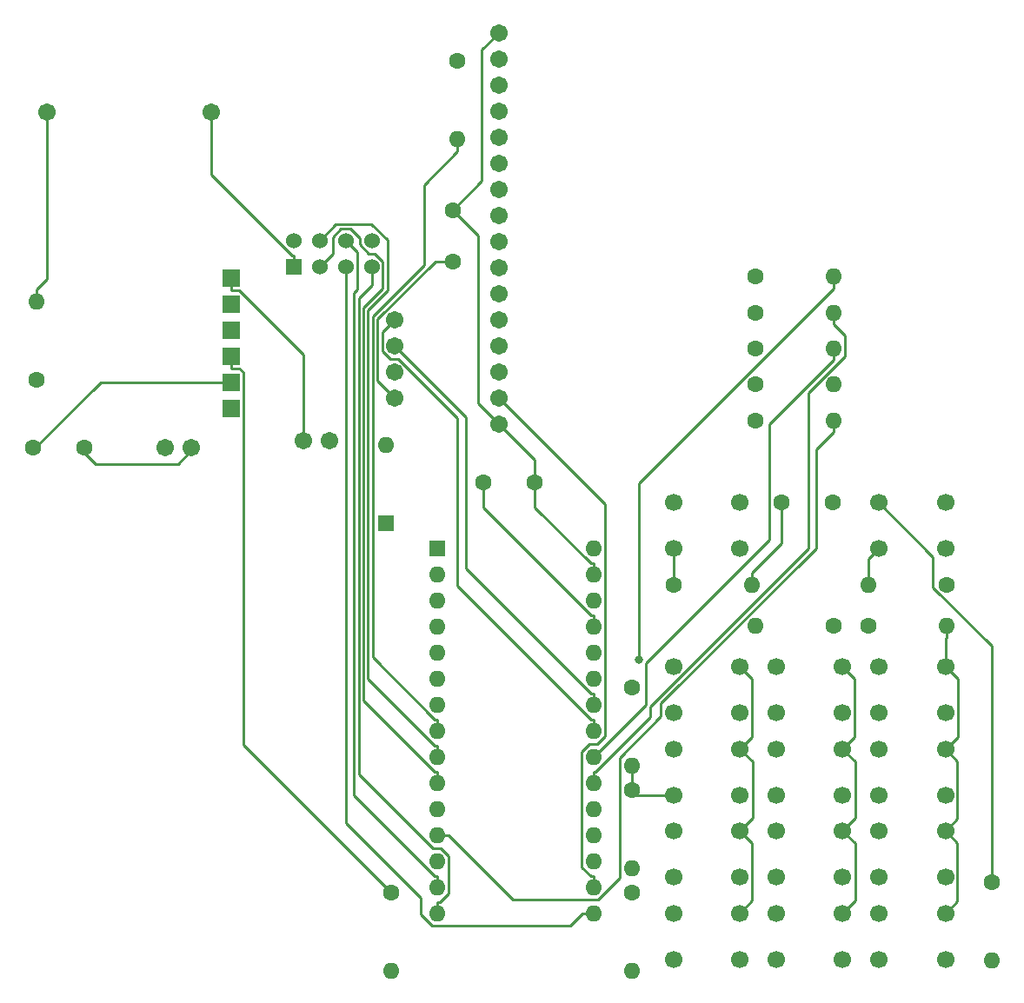
<source format=gbr>
G04 #@! TF.GenerationSoftware,KiCad,Pcbnew,(5.0.0)*
G04 #@! TF.CreationDate,2019-04-03T14:36:45+02:00*
G04 #@! TF.ProjectId,arduinowalkietalkie,61726475696E6F77616C6B696574616C,1.1*
G04 #@! TF.SameCoordinates,Original*
G04 #@! TF.FileFunction,Copper,L2,Bot,Signal*
G04 #@! TF.FilePolarity,Positive*
%FSLAX46Y46*%
G04 Gerber Fmt 4.6, Leading zero omitted, Abs format (unit mm)*
G04 Created by KiCad (PCBNEW (5.0.0)) date 04/03/19 14:36:45*
%MOMM*%
%LPD*%
G01*
G04 APERTURE LIST*
G04 #@! TA.AperFunction,ComponentPad*
%ADD10C,1.600000*%
G04 #@! TD*
G04 #@! TA.AperFunction,ComponentPad*
%ADD11O,1.600000X1.600000*%
G04 #@! TD*
G04 #@! TA.AperFunction,ComponentPad*
%ADD12C,1.710000*%
G04 #@! TD*
G04 #@! TA.AperFunction,ComponentPad*
%ADD13R,1.600000X1.600000*%
G04 #@! TD*
G04 #@! TA.AperFunction,ComponentPad*
%ADD14R,1.710000X1.710000*%
G04 #@! TD*
G04 #@! TA.AperFunction,ComponentPad*
%ADD15C,1.700000*%
G04 #@! TD*
G04 #@! TA.AperFunction,ComponentPad*
%ADD16C,1.524000*%
G04 #@! TD*
G04 #@! TA.AperFunction,ComponentPad*
%ADD17R,1.524000X1.524000*%
G04 #@! TD*
G04 #@! TA.AperFunction,ViaPad*
%ADD18C,0.800000*%
G04 #@! TD*
G04 #@! TA.AperFunction,Conductor*
%ADD19C,0.250000*%
G04 #@! TD*
G04 APERTURE END LIST*
D10*
G04 #@! TO.P,C1,2*
G04 #@! TO.N,GND*
X150500000Y-90000000D03*
G04 #@! TO.P,C1,1*
G04 #@! TO.N,+5V*
X145500000Y-90000000D03*
G04 #@! TD*
G04 #@! TO.P,C4,1*
G04 #@! TO.N,+5V*
X142500000Y-68500000D03*
G04 #@! TO.P,C4,2*
G04 #@! TO.N,GND*
X142500000Y-63500000D03*
G04 #@! TD*
G04 #@! TO.P,C2,2*
G04 #@! TO.N,GND*
X174500000Y-92000000D03*
G04 #@! TO.P,C2,1*
G04 #@! TO.N,+5V*
X179500000Y-92000000D03*
G04 #@! TD*
G04 #@! TO.P,C3,1*
G04 #@! TO.N,+5V*
X106600000Y-86680000D03*
G04 #@! TO.P,C3,2*
G04 #@! TO.N,GND*
X101600000Y-86680000D03*
G04 #@! TD*
D11*
G04 #@! TO.P,R16,2*
G04 #@! TO.N,Net-(A1-Pad20)*
X136500000Y-137620000D03*
D10*
G04 #@! TO.P,R16,1*
G04 #@! TO.N,Net-(BT1-Pad1)*
X136500000Y-130000000D03*
G04 #@! TD*
G04 #@! TO.P,R15,1*
G04 #@! TO.N,Net-(A1-Pad7)*
X102000000Y-80000000D03*
D11*
G04 #@! TO.P,R15,2*
G04 #@! TO.N,Net-(BZ1-Pad1)*
X102000000Y-72380000D03*
G04 #@! TD*
D12*
G04 #@! TO.P,TFT1,16*
G04 #@! TO.N,GND*
X147000000Y-84320000D03*
G04 #@! TO.P,TFT1,15*
G04 #@! TO.N,Net-(A1-Pad17)*
X147000000Y-81780000D03*
G04 #@! TO.P,TFT1,14*
G04 #@! TO.N,Net-(TFT1-Pad14)*
X147000000Y-79240000D03*
G04 #@! TO.P,TFT1,13*
G04 #@! TO.N,Net-(TFT1-Pad13)*
X147000000Y-76700000D03*
G04 #@! TO.P,TFT1,12*
G04 #@! TO.N,Net-(TFT1-Pad12)*
X147000000Y-74160000D03*
G04 #@! TO.P,TFT1,11*
G04 #@! TO.N,Net-(R14-Pad1)*
X147000000Y-71620000D03*
G04 #@! TO.P,TFT1,10*
G04 #@! TO.N,Net-(R13-Pad1)*
X147000000Y-69080000D03*
G04 #@! TO.P,TFT1,9*
G04 #@! TO.N,Net-(R12-Pad1)*
X147000000Y-66540000D03*
G04 #@! TO.P,TFT1,8*
G04 #@! TO.N,Net-(R11-Pad1)*
X147000000Y-64000000D03*
G04 #@! TO.P,TFT1,7*
G04 #@! TO.N,Net-(R10-Pad1)*
X147000000Y-61460000D03*
G04 #@! TO.P,TFT1,6*
G04 #@! TO.N,Net-(TFT1-Pad6)*
X147000000Y-58920000D03*
G04 #@! TO.P,TFT1,5*
G04 #@! TO.N,Net-(TFT1-Pad5)*
X147000000Y-56380000D03*
G04 #@! TO.P,TFT1,4*
G04 #@! TO.N,Net-(TFT1-Pad4)*
X147000000Y-53840000D03*
G04 #@! TO.P,TFT1,3*
G04 #@! TO.N,Net-(TFT1-Pad3)*
X147000000Y-51300000D03*
G04 #@! TO.P,TFT1,2*
G04 #@! TO.N,Net-(R9-Pad1)*
X147000000Y-48760000D03*
G04 #@! TO.P,TFT1,1*
G04 #@! TO.N,GND*
X147000000Y-46220000D03*
G04 #@! TD*
G04 #@! TO.P,JP2,1*
G04 #@! TO.N,+5V*
X117060000Y-86630000D03*
G04 #@! TO.P,JP2,2*
G04 #@! TO.N,Net-(CC1-Pad1)*
X114520000Y-86630000D03*
G04 #@! TD*
D10*
G04 #@! TO.P,R14,1*
G04 #@! TO.N,Net-(R14-Pad1)*
X172000000Y-84000000D03*
D11*
G04 #@! TO.P,R14,2*
G04 #@! TO.N,Net-(A1-Pad12)*
X179620000Y-84000000D03*
G04 #@! TD*
G04 #@! TO.P,R13,2*
G04 #@! TO.N,Net-(A1-Pad11)*
X179620000Y-80500000D03*
D10*
G04 #@! TO.P,R13,1*
G04 #@! TO.N,Net-(R13-Pad1)*
X172000000Y-80500000D03*
G04 #@! TD*
G04 #@! TO.P,R12,1*
G04 #@! TO.N,Net-(R12-Pad1)*
X172000000Y-77000000D03*
D11*
G04 #@! TO.P,R12,2*
G04 #@! TO.N,Net-(A1-Pad22)*
X179620000Y-77000000D03*
G04 #@! TD*
G04 #@! TO.P,R11,2*
G04 #@! TO.N,Net-(A1-Pad21)*
X179620000Y-73500000D03*
D10*
G04 #@! TO.P,R11,1*
G04 #@! TO.N,Net-(R11-Pad1)*
X172000000Y-73500000D03*
G04 #@! TD*
G04 #@! TO.P,R10,1*
G04 #@! TO.N,Net-(R10-Pad1)*
X172000000Y-70000000D03*
D11*
G04 #@! TO.P,R10,2*
G04 #@! TO.N,Net-(A1-Pad13)*
X179620000Y-70000000D03*
G04 #@! TD*
D12*
G04 #@! TO.P,BZ1,2*
G04 #@! TO.N,GND*
X119000000Y-54000000D03*
G04 #@! TO.P,BZ1,1*
G04 #@! TO.N,Net-(BZ1-Pad1)*
X103000000Y-54000000D03*
G04 #@! TD*
D10*
G04 #@! TO.P,R4,1*
G04 #@! TO.N,Net-(R3-Pad2)*
X160000000Y-130000000D03*
D11*
G04 #@! TO.P,R4,2*
G04 #@! TO.N,Net-(A1-Pad19)*
X160000000Y-137620000D03*
G04 #@! TD*
G04 #@! TO.P,R3,2*
G04 #@! TO.N,Net-(R3-Pad2)*
X160000000Y-127620000D03*
D10*
G04 #@! TO.P,R3,1*
G04 #@! TO.N,Net-(R2-Pad2)*
X160000000Y-120000000D03*
G04 #@! TD*
G04 #@! TO.P,R2,1*
G04 #@! TO.N,Net-(R2-Pad1)*
X160000000Y-110000000D03*
D11*
G04 #@! TO.P,R2,2*
G04 #@! TO.N,Net-(R2-Pad2)*
X160000000Y-117620000D03*
G04 #@! TD*
G04 #@! TO.P,R1,2*
G04 #@! TO.N,GND*
X171620000Y-100000000D03*
D10*
G04 #@! TO.P,R1,1*
G04 #@! TO.N,Net-(R1-Pad1)*
X164000000Y-100000000D03*
G04 #@! TD*
G04 #@! TO.P,R5,1*
G04 #@! TO.N,Net-(R5-Pad1)*
X179620000Y-104000000D03*
D11*
G04 #@! TO.P,R5,2*
G04 #@! TO.N,Net-(R5-Pad2)*
X172000000Y-104000000D03*
G04 #@! TD*
G04 #@! TO.P,R6,2*
G04 #@! TO.N,Net-(R6-Pad2)*
X183000000Y-100000000D03*
D10*
G04 #@! TO.P,R6,1*
G04 #@! TO.N,GND*
X190620000Y-100000000D03*
G04 #@! TD*
G04 #@! TO.P,R7,1*
G04 #@! TO.N,Net-(R5-Pad1)*
X183000000Y-104000000D03*
D11*
G04 #@! TO.P,R7,2*
G04 #@! TO.N,GND*
X190620000Y-104000000D03*
G04 #@! TD*
G04 #@! TO.P,R8,2*
G04 #@! TO.N,Net-(A1-Pad19)*
X195000000Y-136620000D03*
D10*
G04 #@! TO.P,R8,1*
G04 #@! TO.N,+5V*
X195000000Y-129000000D03*
G04 #@! TD*
G04 #@! TO.P,R9,1*
G04 #@! TO.N,Net-(R9-Pad1)*
X143000000Y-49000000D03*
D11*
G04 #@! TO.P,R9,2*
G04 #@! TO.N,Net-(A1-Pad8)*
X143000000Y-56620000D03*
G04 #@! TD*
G04 #@! TO.P,A1,16*
G04 #@! TO.N,SCK*
X156240000Y-132060000D03*
G04 #@! TO.P,A1,15*
G04 #@! TO.N,MISO*
X141000000Y-132060000D03*
G04 #@! TO.P,A1,30*
G04 #@! TO.N,Net-(A1-Pad30)*
X156240000Y-96500000D03*
G04 #@! TO.P,A1,14*
G04 #@! TO.N,MOSI*
X141000000Y-129520000D03*
G04 #@! TO.P,A1,29*
G04 #@! TO.N,GND*
X156240000Y-99040000D03*
G04 #@! TO.P,A1,13*
G04 #@! TO.N,Net-(A1-Pad13)*
X141000000Y-126980000D03*
G04 #@! TO.P,A1,28*
G04 #@! TO.N,Net-(A1-Pad28)*
X156240000Y-101580000D03*
G04 #@! TO.P,A1,12*
G04 #@! TO.N,Net-(A1-Pad12)*
X141000000Y-124440000D03*
G04 #@! TO.P,A1,27*
G04 #@! TO.N,+5V*
X156240000Y-104120000D03*
G04 #@! TO.P,A1,11*
G04 #@! TO.N,Net-(A1-Pad11)*
X141000000Y-121900000D03*
G04 #@! TO.P,A1,26*
G04 #@! TO.N,Net-(A1-Pad26)*
X156240000Y-106660000D03*
G04 #@! TO.P,A1,10*
G04 #@! TO.N,Net-(A1-Pad10)*
X141000000Y-119360000D03*
G04 #@! TO.P,A1,25*
G04 #@! TO.N,Net-(A1-Pad25)*
X156240000Y-109200000D03*
G04 #@! TO.P,A1,9*
G04 #@! TO.N,Net-(A1-Pad9)*
X141000000Y-116820000D03*
G04 #@! TO.P,A1,24*
G04 #@! TO.N,SCL*
X156240000Y-111740000D03*
G04 #@! TO.P,A1,8*
G04 #@! TO.N,Net-(A1-Pad8)*
X141000000Y-114280000D03*
G04 #@! TO.P,A1,23*
G04 #@! TO.N,SDA*
X156240000Y-114280000D03*
G04 #@! TO.P,A1,7*
G04 #@! TO.N,Net-(A1-Pad7)*
X141000000Y-111740000D03*
G04 #@! TO.P,A1,22*
G04 #@! TO.N,Net-(A1-Pad22)*
X156240000Y-116820000D03*
G04 #@! TO.P,A1,6*
G04 #@! TO.N,Net-(A1-Pad6)*
X141000000Y-109200000D03*
G04 #@! TO.P,A1,21*
G04 #@! TO.N,Net-(A1-Pad21)*
X156240000Y-119360000D03*
G04 #@! TO.P,A1,5*
G04 #@! TO.N,Net-(A1-Pad5)*
X141000000Y-106660000D03*
G04 #@! TO.P,A1,20*
G04 #@! TO.N,Net-(A1-Pad20)*
X156240000Y-121900000D03*
G04 #@! TO.P,A1,4*
G04 #@! TO.N,Net-(A1-Pad4)*
X141000000Y-104120000D03*
G04 #@! TO.P,A1,19*
G04 #@! TO.N,Net-(A1-Pad19)*
X156240000Y-124440000D03*
G04 #@! TO.P,A1,3*
G04 #@! TO.N,Net-(A1-Pad3)*
X141000000Y-101580000D03*
G04 #@! TO.P,A1,18*
G04 #@! TO.N,Net-(A1-Pad18)*
X156240000Y-126980000D03*
G04 #@! TO.P,A1,2*
G04 #@! TO.N,Net-(A1-Pad2)*
X141000000Y-99040000D03*
G04 #@! TO.P,A1,17*
G04 #@! TO.N,Net-(A1-Pad17)*
X156240000Y-129520000D03*
D13*
G04 #@! TO.P,A1,1*
G04 #@! TO.N,Net-(A1-Pad1)*
X141000000Y-96500000D03*
G04 #@! TD*
D12*
G04 #@! TO.P,BMP1,4*
G04 #@! TO.N,SDA*
X136830000Y-74170000D03*
G04 #@! TO.P,BMP1,3*
G04 #@! TO.N,SCL*
X136830000Y-76710000D03*
G04 #@! TO.P,BMP1,2*
G04 #@! TO.N,GND*
X136830000Y-79250000D03*
G04 #@! TO.P,BMP1,1*
G04 #@! TO.N,+5V*
X136830000Y-81790000D03*
G04 #@! TD*
D14*
G04 #@! TO.P,CC1,6*
G04 #@! TO.N,Net-(CC1-Pad6)*
X120910000Y-70130000D03*
G04 #@! TO.P,CC1,5*
G04 #@! TO.N,Net-(CC1-Pad5)*
X120910000Y-72670000D03*
G04 #@! TO.P,CC1,4*
G04 #@! TO.N,Net-(BT1-Pad2)*
X120910000Y-75210000D03*
G04 #@! TO.P,CC1,3*
G04 #@! TO.N,Net-(BT1-Pad1)*
X120910000Y-77750000D03*
G04 #@! TO.P,CC1,2*
G04 #@! TO.N,GND*
X120910000Y-80290000D03*
G04 #@! TO.P,CC1,1*
G04 #@! TO.N,Net-(CC1-Pad1)*
X120910000Y-82830000D03*
G04 #@! TD*
D11*
G04 #@! TO.P,D1,2*
G04 #@! TO.N,Net-(D1-Pad2)*
X136000000Y-86380000D03*
D13*
G04 #@! TO.P,D1,1*
G04 #@! TO.N,+5V*
X136000000Y-94000000D03*
G04 #@! TD*
D12*
G04 #@! TO.P,JP1,2*
G04 #@! TO.N,Net-(D1-Pad2)*
X130500000Y-86000000D03*
G04 #@! TO.P,JP1,1*
G04 #@! TO.N,Net-(CC1-Pad6)*
X127960000Y-86000000D03*
G04 #@! TD*
D15*
G04 #@! TO.P,SW1,1*
G04 #@! TO.N,+5V*
X164000000Y-92000000D03*
G04 #@! TO.P,SW1,2*
G04 #@! TO.N,Net-(SW1-Pad2)*
X170500000Y-92000000D03*
G04 #@! TO.P,SW1,3*
G04 #@! TO.N,Net-(R1-Pad1)*
X164000000Y-96500000D03*
G04 #@! TO.P,SW1,4*
G04 #@! TO.N,Net-(A1-Pad6)*
X170500000Y-96500000D03*
G04 #@! TD*
G04 #@! TO.P,SW2,1*
G04 #@! TO.N,Net-(SW2-Pad1)*
X164000000Y-108000000D03*
G04 #@! TO.P,SW2,2*
G04 #@! TO.N,Net-(R5-Pad2)*
X170500000Y-108000000D03*
G04 #@! TO.P,SW2,3*
G04 #@! TO.N,Net-(R2-Pad1)*
X164000000Y-112500000D03*
G04 #@! TO.P,SW2,4*
G04 #@! TO.N,Net-(SW2-Pad4)*
X170500000Y-112500000D03*
G04 #@! TD*
G04 #@! TO.P,SW3,1*
G04 #@! TO.N,Net-(SW3-Pad1)*
X164000000Y-116000000D03*
G04 #@! TO.P,SW3,2*
G04 #@! TO.N,Net-(R5-Pad2)*
X170500000Y-116000000D03*
G04 #@! TO.P,SW3,3*
G04 #@! TO.N,Net-(R2-Pad2)*
X164000000Y-120500000D03*
G04 #@! TO.P,SW3,4*
G04 #@! TO.N,Net-(SW3-Pad4)*
X170500000Y-120500000D03*
G04 #@! TD*
G04 #@! TO.P,SW4,1*
G04 #@! TO.N,Net-(SW4-Pad1)*
X164000000Y-124000000D03*
G04 #@! TO.P,SW4,2*
G04 #@! TO.N,Net-(R5-Pad2)*
X170500000Y-124000000D03*
G04 #@! TO.P,SW4,3*
G04 #@! TO.N,Net-(R3-Pad2)*
X164000000Y-128500000D03*
G04 #@! TO.P,SW4,4*
G04 #@! TO.N,Net-(SW4-Pad4)*
X170500000Y-128500000D03*
G04 #@! TD*
G04 #@! TO.P,SW5,1*
G04 #@! TO.N,Net-(SW5-Pad1)*
X164000000Y-132000000D03*
G04 #@! TO.P,SW5,2*
G04 #@! TO.N,Net-(R5-Pad2)*
X170500000Y-132000000D03*
G04 #@! TO.P,SW5,3*
G04 #@! TO.N,Net-(A1-Pad19)*
X164000000Y-136500000D03*
G04 #@! TO.P,SW5,4*
G04 #@! TO.N,Net-(SW5-Pad4)*
X170500000Y-136500000D03*
G04 #@! TD*
G04 #@! TO.P,SW6,1*
G04 #@! TO.N,Net-(SW6-Pad1)*
X174000000Y-108000000D03*
G04 #@! TO.P,SW6,2*
G04 #@! TO.N,Net-(R5-Pad1)*
X180500000Y-108000000D03*
G04 #@! TO.P,SW6,3*
G04 #@! TO.N,Net-(R2-Pad1)*
X174000000Y-112500000D03*
G04 #@! TO.P,SW6,4*
G04 #@! TO.N,Net-(SW6-Pad4)*
X180500000Y-112500000D03*
G04 #@! TD*
G04 #@! TO.P,SW7,1*
G04 #@! TO.N,Net-(SW7-Pad1)*
X174000000Y-116000000D03*
G04 #@! TO.P,SW7,2*
G04 #@! TO.N,Net-(R5-Pad1)*
X180500000Y-116000000D03*
G04 #@! TO.P,SW7,3*
G04 #@! TO.N,Net-(R2-Pad2)*
X174000000Y-120500000D03*
G04 #@! TO.P,SW7,4*
G04 #@! TO.N,Net-(SW7-Pad4)*
X180500000Y-120500000D03*
G04 #@! TD*
G04 #@! TO.P,SW8,1*
G04 #@! TO.N,Net-(SW8-Pad1)*
X174000000Y-124000000D03*
G04 #@! TO.P,SW8,2*
G04 #@! TO.N,Net-(R5-Pad1)*
X180500000Y-124000000D03*
G04 #@! TO.P,SW8,3*
G04 #@! TO.N,Net-(R3-Pad2)*
X174000000Y-128500000D03*
G04 #@! TO.P,SW8,4*
G04 #@! TO.N,Net-(SW8-Pad4)*
X180500000Y-128500000D03*
G04 #@! TD*
G04 #@! TO.P,SW9,1*
G04 #@! TO.N,Net-(SW9-Pad1)*
X174000000Y-132000000D03*
G04 #@! TO.P,SW9,2*
G04 #@! TO.N,Net-(R5-Pad1)*
X180500000Y-132000000D03*
G04 #@! TO.P,SW9,3*
G04 #@! TO.N,Net-(A1-Pad19)*
X174000000Y-136500000D03*
G04 #@! TO.P,SW9,4*
G04 #@! TO.N,Net-(SW9-Pad4)*
X180500000Y-136500000D03*
G04 #@! TD*
G04 #@! TO.P,SW10,1*
G04 #@! TO.N,+5V*
X184000000Y-92000000D03*
G04 #@! TO.P,SW10,2*
G04 #@! TO.N,Net-(SW10-Pad2)*
X190500000Y-92000000D03*
G04 #@! TO.P,SW10,3*
G04 #@! TO.N,Net-(R6-Pad2)*
X184000000Y-96500000D03*
G04 #@! TO.P,SW10,4*
G04 #@! TO.N,Net-(A1-Pad5)*
X190500000Y-96500000D03*
G04 #@! TD*
G04 #@! TO.P,SW11,1*
G04 #@! TO.N,Net-(SW11-Pad1)*
X184000000Y-108000000D03*
G04 #@! TO.P,SW11,2*
G04 #@! TO.N,GND*
X190500000Y-108000000D03*
G04 #@! TO.P,SW11,3*
G04 #@! TO.N,Net-(R2-Pad1)*
X184000000Y-112500000D03*
G04 #@! TO.P,SW11,4*
G04 #@! TO.N,Net-(SW11-Pad4)*
X190500000Y-112500000D03*
G04 #@! TD*
G04 #@! TO.P,SW12,1*
G04 #@! TO.N,Net-(SW12-Pad1)*
X184000000Y-116000000D03*
G04 #@! TO.P,SW12,2*
G04 #@! TO.N,GND*
X190500000Y-116000000D03*
G04 #@! TO.P,SW12,3*
G04 #@! TO.N,Net-(R2-Pad2)*
X184000000Y-120500000D03*
G04 #@! TO.P,SW12,4*
G04 #@! TO.N,Net-(SW12-Pad4)*
X190500000Y-120500000D03*
G04 #@! TD*
G04 #@! TO.P,SW13,1*
G04 #@! TO.N,Net-(SW13-Pad1)*
X184000000Y-124000000D03*
G04 #@! TO.P,SW13,2*
G04 #@! TO.N,GND*
X190500000Y-124000000D03*
G04 #@! TO.P,SW13,3*
G04 #@! TO.N,Net-(R3-Pad2)*
X184000000Y-128500000D03*
G04 #@! TO.P,SW13,4*
G04 #@! TO.N,Net-(SW13-Pad4)*
X190500000Y-128500000D03*
G04 #@! TD*
G04 #@! TO.P,SW14,1*
G04 #@! TO.N,Net-(SW14-Pad1)*
X184000000Y-132000000D03*
G04 #@! TO.P,SW14,2*
G04 #@! TO.N,GND*
X190500000Y-132000000D03*
G04 #@! TO.P,SW14,3*
G04 #@! TO.N,Net-(A1-Pad19)*
X184000000Y-136500000D03*
G04 #@! TO.P,SW14,4*
G04 #@! TO.N,Net-(SW14-Pad4)*
X190500000Y-136500000D03*
G04 #@! TD*
D16*
G04 #@! TO.P,U1,8*
G04 #@! TO.N,Net-(U1-Pad8)*
X134620000Y-66460000D03*
G04 #@! TO.P,U1,7*
G04 #@! TO.N,MISO*
X134620000Y-69000000D03*
G04 #@! TO.P,U1,6*
G04 #@! TO.N,MOSI*
X132080000Y-66460000D03*
G04 #@! TO.P,U1,5*
G04 #@! TO.N,SCK*
X132080000Y-69000000D03*
G04 #@! TO.P,U1,4*
G04 #@! TO.N,Net-(A1-Pad9)*
X129540000Y-66460000D03*
G04 #@! TO.P,U1,3*
G04 #@! TO.N,Net-(A1-Pad10)*
X129540000Y-69000000D03*
G04 #@! TO.P,U1,2*
G04 #@! TO.N,Net-(A1-Pad17)*
X127000000Y-66460000D03*
D17*
G04 #@! TO.P,U1,1*
G04 #@! TO.N,GND*
X127000000Y-69000000D03*
G04 #@! TD*
D18*
G04 #@! TO.N,Net-(A1-Pad13)*
X160655800Y-107307400D03*
G04 #@! TD*
D19*
G04 #@! TO.N,Net-(A1-Pad17)*
X156240000Y-129520000D02*
X156240000Y-128394700D01*
X147000000Y-81780000D02*
X157385900Y-92165900D01*
X157385900Y-92165900D02*
X157385900Y-114766100D01*
X157385900Y-114766100D02*
X156602000Y-115550000D01*
X156602000Y-115550000D02*
X155825800Y-115550000D01*
X155825800Y-115550000D02*
X155072700Y-116303100D01*
X155072700Y-116303100D02*
X155072700Y-127508700D01*
X155072700Y-127508700D02*
X155958700Y-128394700D01*
X155958700Y-128394700D02*
X156240000Y-128394700D01*
G04 #@! TO.N,Net-(A1-Pad21)*
X179620000Y-73500000D02*
X179620000Y-74625300D01*
X156240000Y-119360000D02*
X156240000Y-118234700D01*
X156240000Y-118234700D02*
X156453100Y-118234700D01*
X156453100Y-118234700D02*
X161795300Y-112892500D01*
X161795300Y-112892500D02*
X161795300Y-111882400D01*
X161795300Y-111882400D02*
X177200900Y-96476800D01*
X177200900Y-96476800D02*
X177200900Y-81327500D01*
X177200900Y-81327500D02*
X180745300Y-77783100D01*
X180745300Y-77783100D02*
X180745300Y-75750600D01*
X180745300Y-75750600D02*
X179620000Y-74625300D01*
G04 #@! TO.N,Net-(A1-Pad22)*
X179620000Y-77000000D02*
X179620000Y-78125300D01*
X179620000Y-78125300D02*
X173374600Y-84370700D01*
X173374600Y-84370700D02*
X173374600Y-95614500D01*
X173374600Y-95614500D02*
X161344900Y-107644200D01*
X161344900Y-107644200D02*
X161344900Y-111715100D01*
X161344900Y-111715100D02*
X156240000Y-116820000D01*
G04 #@! TO.N,SDA*
X136830000Y-74170000D02*
X135643600Y-75356400D01*
X135643600Y-75356400D02*
X135643600Y-77209300D01*
X135643600Y-77209300D02*
X136414300Y-77980000D01*
X136414300Y-77980000D02*
X137230700Y-77980000D01*
X137230700Y-77980000D02*
X142985700Y-83735000D01*
X142985700Y-83735000D02*
X142985700Y-100105100D01*
X142985700Y-100105100D02*
X156035300Y-113154700D01*
X156035300Y-113154700D02*
X156240000Y-113154700D01*
X156240000Y-114280000D02*
X156240000Y-113154700D01*
G04 #@! TO.N,Net-(A1-Pad8)*
X141000000Y-113154700D02*
X140795500Y-113154700D01*
X140795500Y-113154700D02*
X134722800Y-107082000D01*
X134722800Y-107082000D02*
X134722800Y-73867700D01*
X134722800Y-73867700D02*
X139701100Y-68889400D01*
X139701100Y-68889400D02*
X139701100Y-61044200D01*
X139701100Y-61044200D02*
X143000000Y-57745300D01*
X143000000Y-56620000D02*
X143000000Y-57745300D01*
X141000000Y-114280000D02*
X141000000Y-113154700D01*
G04 #@! TO.N,SCL*
X156240000Y-111740000D02*
X156240000Y-110614700D01*
X136830000Y-76710000D02*
X143773300Y-83653300D01*
X143773300Y-83653300D02*
X143773300Y-98429300D01*
X143773300Y-98429300D02*
X155958700Y-110614700D01*
X155958700Y-110614700D02*
X156240000Y-110614700D01*
G04 #@! TO.N,Net-(A1-Pad9)*
X141000000Y-115694700D02*
X140795500Y-115694700D01*
X140795500Y-115694700D02*
X134272400Y-109171600D01*
X134272400Y-109171600D02*
X134272400Y-73235600D01*
X134272400Y-73235600D02*
X136158300Y-71349700D01*
X136158300Y-71349700D02*
X136158300Y-66448300D01*
X136158300Y-66448300D02*
X134606600Y-64896600D01*
X134606600Y-64896600D02*
X131103400Y-64896600D01*
X131103400Y-64896600D02*
X129540000Y-66460000D01*
X141000000Y-116820000D02*
X141000000Y-115694700D01*
G04 #@! TO.N,Net-(A1-Pad10)*
X141000000Y-118234700D02*
X140795500Y-118234700D01*
X140795500Y-118234700D02*
X133822000Y-111261200D01*
X133822000Y-111261200D02*
X133822000Y-73049100D01*
X133822000Y-73049100D02*
X135707800Y-71163300D01*
X135707800Y-71163300D02*
X135707800Y-68509000D01*
X135707800Y-68509000D02*
X134928800Y-67730000D01*
X134928800Y-67730000D02*
X134323100Y-67730000D01*
X134323100Y-67730000D02*
X133434300Y-66841200D01*
X133434300Y-66841200D02*
X133434300Y-66215500D01*
X133434300Y-66215500D02*
X132565800Y-65347000D01*
X132565800Y-65347000D02*
X131635600Y-65347000D01*
X131635600Y-65347000D02*
X130810000Y-66172600D01*
X130810000Y-66172600D02*
X130810000Y-67730000D01*
X130810000Y-67730000D02*
X129540000Y-69000000D01*
X141000000Y-119360000D02*
X141000000Y-118234700D01*
G04 #@! TO.N,Net-(A1-Pad12)*
X142125300Y-124440000D02*
X148336600Y-130651300D01*
X148336600Y-130651300D02*
X156704300Y-130651300D01*
X156704300Y-130651300D02*
X158773700Y-128581900D01*
X158773700Y-128581900D02*
X158773700Y-116830300D01*
X158773700Y-116830300D02*
X162760300Y-112843700D01*
X162760300Y-112843700D02*
X162760300Y-111569900D01*
X162760300Y-111569900D02*
X177900700Y-96429500D01*
X177900700Y-96429500D02*
X177900700Y-86844600D01*
X177900700Y-86844600D02*
X179620000Y-85125300D01*
X179620000Y-84000000D02*
X179620000Y-85125300D01*
X141000000Y-124440000D02*
X142125300Y-124440000D01*
G04 #@! TO.N,Net-(A1-Pad13)*
X179620000Y-71125300D02*
X160655800Y-90089500D01*
X160655800Y-90089500D02*
X160655800Y-107307400D01*
X179620000Y-70000000D02*
X179620000Y-71125300D01*
G04 #@! TO.N,GND*
X174500000Y-92000000D02*
X174500000Y-95994700D01*
X174500000Y-95994700D02*
X171620000Y-98874700D01*
X147000000Y-46220000D02*
X145370200Y-47849800D01*
X145370200Y-47849800D02*
X145370200Y-60629800D01*
X145370200Y-60629800D02*
X142500000Y-63500000D01*
X147000000Y-84320000D02*
X145001200Y-82321200D01*
X145001200Y-82321200D02*
X145001200Y-66001200D01*
X145001200Y-66001200D02*
X142500000Y-63500000D01*
X127000000Y-69000000D02*
X127000000Y-67912700D01*
X127000000Y-67912700D02*
X126864100Y-67912700D01*
X126864100Y-67912700D02*
X119000000Y-60048600D01*
X119000000Y-60048600D02*
X119000000Y-54000000D01*
X120910000Y-80290000D02*
X108210000Y-80290000D01*
X108210000Y-80290000D02*
X101500000Y-87000000D01*
X190620000Y-104000000D02*
X190620000Y-105125300D01*
X190620000Y-105125300D02*
X190500000Y-105245300D01*
X190500000Y-105245300D02*
X190500000Y-108000000D01*
X190500000Y-116000000D02*
X191675400Y-117175400D01*
X191675400Y-117175400D02*
X191675400Y-122824600D01*
X191675400Y-122824600D02*
X190500000Y-124000000D01*
X190500000Y-108000000D02*
X191695400Y-109195400D01*
X191695400Y-109195400D02*
X191695400Y-114804600D01*
X191695400Y-114804600D02*
X190500000Y-116000000D01*
X190500000Y-132000000D02*
X191675400Y-130824600D01*
X191675400Y-130824600D02*
X191675400Y-125175400D01*
X191675400Y-125175400D02*
X190500000Y-124000000D01*
X156240000Y-99040000D02*
X156240000Y-97914700D01*
X150500000Y-90000000D02*
X150500000Y-92456000D01*
X150500000Y-92456000D02*
X155958700Y-97914700D01*
X155958700Y-97914700D02*
X156240000Y-97914700D01*
X147000000Y-84320000D02*
X150500000Y-87820000D01*
X150500000Y-87820000D02*
X150500000Y-90000000D01*
X171620000Y-100000000D02*
X171620000Y-98874700D01*
G04 #@! TO.N,MOSI*
X132080000Y-66460000D02*
X133209200Y-67589200D01*
X133209200Y-67589200D02*
X133209200Y-71246100D01*
X133209200Y-71246100D02*
X132871500Y-71583800D01*
X132871500Y-71583800D02*
X132871500Y-120470700D01*
X132871500Y-120470700D02*
X140795500Y-128394700D01*
X140795500Y-128394700D02*
X141000000Y-128394700D01*
X141000000Y-129520000D02*
X141000000Y-128394700D01*
G04 #@! TO.N,+5V*
X156240000Y-102994700D02*
X156035500Y-102994700D01*
X156035500Y-102994700D02*
X145500000Y-92459200D01*
X145500000Y-92459200D02*
X145500000Y-90000000D01*
X136830000Y-81790000D02*
X135175200Y-80135200D01*
X135175200Y-80135200D02*
X135175200Y-74140900D01*
X135175200Y-74140900D02*
X140816100Y-68500000D01*
X140816100Y-68500000D02*
X142500000Y-68500000D01*
X184000000Y-92000000D02*
X189290600Y-97290600D01*
X189290600Y-97290600D02*
X189290600Y-100271300D01*
X189290600Y-100271300D02*
X195000000Y-105980700D01*
X195000000Y-105980700D02*
X195000000Y-129000000D01*
X117000000Y-87000000D02*
X115775000Y-88225000D01*
X115775000Y-88225000D02*
X107725000Y-88225000D01*
X107725000Y-88225000D02*
X106500000Y-87000000D01*
X156240000Y-104120000D02*
X156240000Y-102994700D01*
G04 #@! TO.N,MISO*
X141000000Y-132060000D02*
X141000000Y-130934700D01*
X134620000Y-69000000D02*
X134620000Y-70817900D01*
X134620000Y-70817900D02*
X133371600Y-72066300D01*
X133371600Y-72066300D02*
X133371600Y-118468200D01*
X133371600Y-118468200D02*
X140613400Y-125710000D01*
X140613400Y-125710000D02*
X141369500Y-125710000D01*
X141369500Y-125710000D02*
X142125300Y-126465800D01*
X142125300Y-126465800D02*
X142125300Y-130090800D01*
X142125300Y-130090800D02*
X141281400Y-130934700D01*
X141281400Y-130934700D02*
X141000000Y-130934700D01*
G04 #@! TO.N,SCK*
X156240000Y-132060000D02*
X155114700Y-132060000D01*
X132080000Y-69000000D02*
X132080000Y-123224000D01*
X132080000Y-123224000D02*
X139386500Y-130530500D01*
X139386500Y-130530500D02*
X139386500Y-132086400D01*
X139386500Y-132086400D02*
X140485400Y-133185300D01*
X140485400Y-133185300D02*
X153989400Y-133185300D01*
X153989400Y-133185300D02*
X155114700Y-132060000D01*
G04 #@! TO.N,Net-(CC1-Pad6)*
X127960000Y-86000000D02*
X127960000Y-77548800D01*
X127960000Y-77548800D02*
X121721500Y-71310300D01*
X121721500Y-71310300D02*
X120910000Y-71310300D01*
X120910000Y-70130000D02*
X120910000Y-71310300D01*
G04 #@! TO.N,Net-(R1-Pad1)*
X164000000Y-96500000D02*
X164000000Y-100000000D01*
G04 #@! TO.N,Net-(R2-Pad2)*
X164000000Y-120500000D02*
X160500000Y-120500000D01*
X160500000Y-120500000D02*
X160000000Y-120000000D01*
X160000000Y-117620000D02*
X160000000Y-120000000D01*
G04 #@! TO.N,Net-(R5-Pad1)*
X180500000Y-132000000D02*
X181703100Y-130796900D01*
X181703100Y-130796900D02*
X181703100Y-125203100D01*
X181703100Y-125203100D02*
X180500000Y-124000000D01*
X180500000Y-116000000D02*
X181679100Y-114820900D01*
X181679100Y-114820900D02*
X181679100Y-109179100D01*
X181679100Y-109179100D02*
X180500000Y-108000000D01*
X180500000Y-124000000D02*
X181744900Y-122755100D01*
X181744900Y-122755100D02*
X181744900Y-117244900D01*
X181744900Y-117244900D02*
X180500000Y-116000000D01*
G04 #@! TO.N,Net-(R5-Pad2)*
X170500000Y-116000000D02*
X171679100Y-114820900D01*
X171679100Y-114820900D02*
X171679100Y-109179100D01*
X171679100Y-109179100D02*
X170500000Y-108000000D01*
X170500000Y-124000000D02*
X171744900Y-122755100D01*
X171744900Y-122755100D02*
X171744900Y-117244900D01*
X171744900Y-117244900D02*
X170500000Y-116000000D01*
X170500000Y-132000000D02*
X171703100Y-130796900D01*
X171703100Y-130796900D02*
X171703100Y-125203100D01*
X171703100Y-125203100D02*
X170500000Y-124000000D01*
G04 #@! TO.N,Net-(R6-Pad2)*
X184000000Y-96500000D02*
X183000000Y-97500000D01*
X183000000Y-97500000D02*
X183000000Y-100000000D01*
G04 #@! TO.N,Net-(BZ1-Pad1)*
X102000000Y-72380000D02*
X102000000Y-71254700D01*
X103000000Y-54000000D02*
X103000000Y-70254700D01*
X103000000Y-70254700D02*
X102000000Y-71254700D01*
G04 #@! TO.N,Net-(BT1-Pad1)*
X120910000Y-77750000D02*
X120910000Y-78930300D01*
X120910000Y-78930300D02*
X121721500Y-78930300D01*
X121721500Y-78930300D02*
X122090300Y-79299100D01*
X122090300Y-79299100D02*
X122090300Y-115590300D01*
X122090300Y-115590300D02*
X136500000Y-130000000D01*
G04 #@! TD*
M02*

</source>
